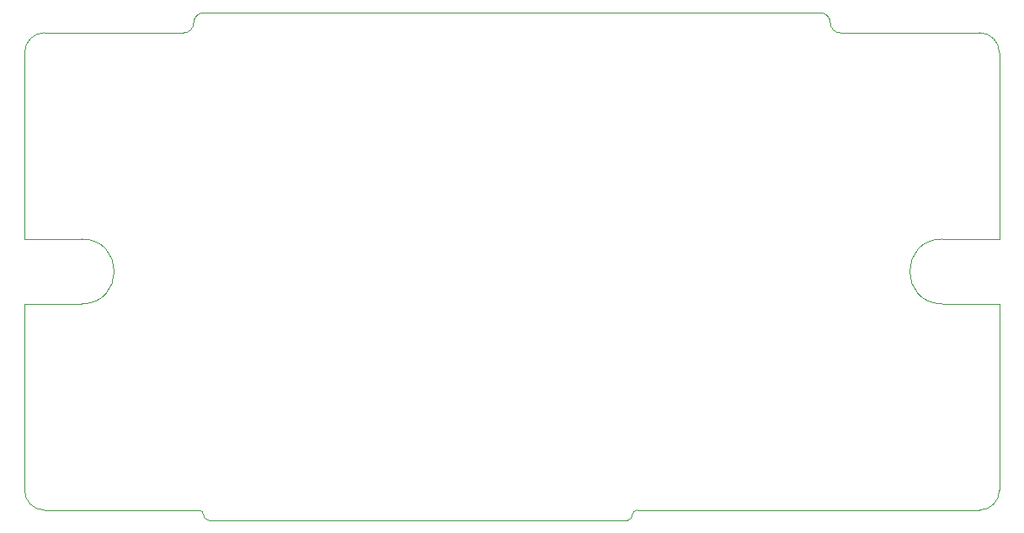
<source format=gbr>
%TF.GenerationSoftware,KiCad,Pcbnew,(6.0.11)*%
%TF.CreationDate,2023-08-23T01:54:35-07:00*%
%TF.ProjectId,miditwiddle,6d696469-7477-4696-9464-6c652e6b6963,rev?*%
%TF.SameCoordinates,PX9157080PY60e4b00*%
%TF.FileFunction,Profile,NP*%
%FSLAX46Y46*%
G04 Gerber Fmt 4.6, Leading zero omitted, Abs format (unit mm)*
G04 Created by KiCad (PCBNEW (6.0.11)) date 2023-08-23 01:54:35*
%MOMM*%
%LPD*%
G01*
G04 APERTURE LIST*
%TA.AperFunction,Profile*%
%ADD10C,0.050000*%
%TD*%
G04 APERTURE END LIST*
D10*
X49000000Y-3250000D02*
X49000000Y-22000000D01*
X47000000Y-24000000D02*
X12600000Y-24000000D01*
X-31000000Y-24500000D02*
G75*
G03*
X-30500000Y-25000000I500000J0D01*
G01*
X-31000000Y-24500000D02*
G75*
G03*
X-31500000Y-24000000I-500000J0D01*
G01*
X11600000Y-25000000D02*
G75*
G03*
X12100000Y-24500000I0J500000D01*
G01*
X12600000Y-24000000D02*
G75*
G03*
X12100000Y-24500000I0J-500000D01*
G01*
X11600000Y-25000000D02*
X-30500000Y-25000000D01*
X33000000Y24000000D02*
X47000000Y24000000D01*
X-33000000Y24000000D02*
G75*
G03*
X-32000000Y25000000I0J1000000D01*
G01*
X-31000000Y26000000D02*
G75*
G03*
X-32000000Y25000000I0J-1000000D01*
G01*
X32000000Y25000000D02*
G75*
G03*
X31000000Y26000000I-1000000J0D01*
G01*
X32000000Y25000000D02*
G75*
G03*
X33000000Y24000000I1000000J0D01*
G01*
X-31000000Y26000000D02*
X31000000Y26000000D01*
X-49000000Y-22000000D02*
G75*
G03*
X-47000000Y-24000000I2000000J0D01*
G01*
X-47000000Y24000000D02*
X-33000000Y24000000D01*
X49000000Y22000000D02*
G75*
G03*
X47000000Y24000000I-2000000J0D01*
G01*
X-43250000Y3250000D02*
X-49000000Y3250000D01*
X-31500000Y-24000000D02*
X-47000000Y-24000000D01*
X-49000000Y-3250000D02*
X-43250000Y-3250000D01*
X-47000000Y24000000D02*
G75*
G03*
X-49000000Y22000000I0J-2000000D01*
G01*
X47000000Y-24000000D02*
G75*
G03*
X49000000Y-22000000I0J2000000D01*
G01*
X-49000000Y3250000D02*
X-49000000Y22000000D01*
X43250000Y-3250000D02*
X49000000Y-3250000D01*
X49000000Y3250000D02*
X43250000Y3250000D01*
X49000000Y22000000D02*
X49000000Y3250000D01*
X-43250000Y-3250000D02*
G75*
G03*
X-43250000Y3250000I0J3250000D01*
G01*
X43250000Y3250000D02*
G75*
G03*
X43250000Y-3250000I0J-3250000D01*
G01*
X-49000000Y-22000000D02*
X-49000000Y-3250000D01*
M02*

</source>
